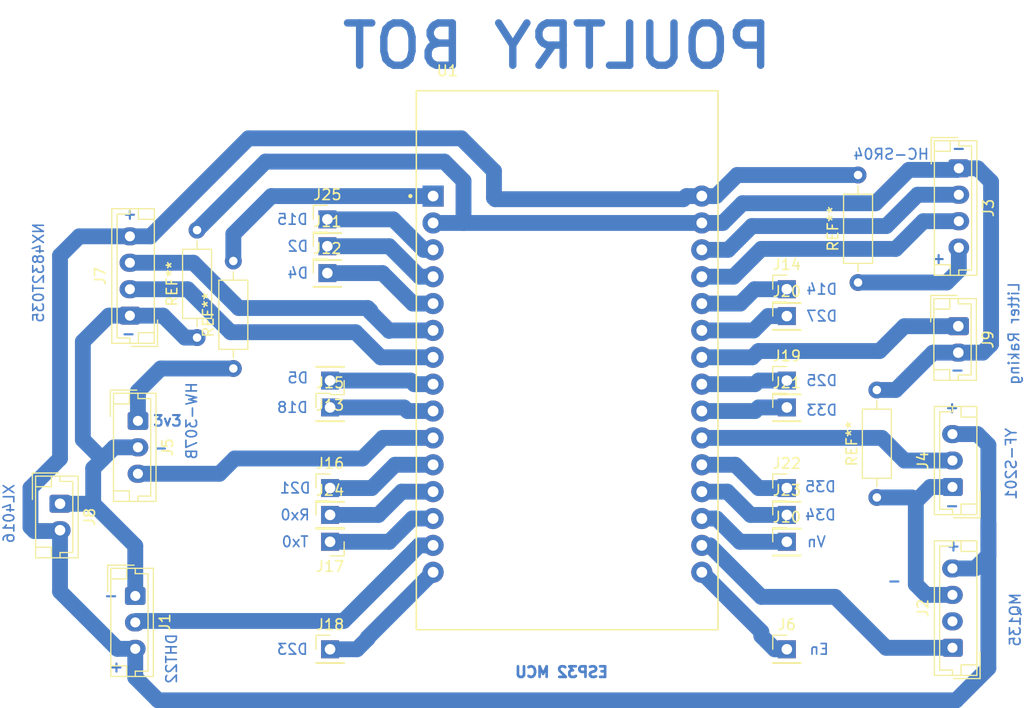
<source format=kicad_pcb>
(kicad_pcb (version 20211014) (generator pcbnew)
  (layers (0 "F.Cu" signal) (31 "B.Cu" signal) (34 "B.Paste" user) (35 "F.Paste" user) (36 "B.SilkS" user "B.Silkscreen") (37 "F.SilkS" user "F.Silkscreen") (38 "B.Mask" user) (39 "F.Mask" user) (44 "Edge.Cuts" user))
  (net 0 "")
  (net 1 "Net-(J2-Pad3)")
  (net 2 "Net-(U1-Pad14)")
  (net 3 "Net-(J2-Pad4)")
  (net 4 "Net-(J2-Pad1)")
  (net 6 "Net-(U1-Pad28)")
  (net 7 "Net-(U1-Pad27)")
  (net 8 "Net-(J4-Pad2)")
  (net 9 "Net-(U1-Pad1)")
  (net 10 "Net-(U1-Pad10)")
  (net 11 "Net-(U1-Pad16)")
  (net 12 "Net-(U1-Pad7)")
  (net 13 "Net-(U1-Pad6)")
  (net 14 "Net-(U1-Pad24)")
  (net 15 "Net-(U1-Pad18)")
  (net 16 "Net-(U1-Pad4)")
  (net 17 "Net-(U1-Pad5)")
  (net 18 "Net-(U1-Pad8)")
  (net 19 "Net-(U1-Pad26)")
  (net 20 "Net-(U1-Pad9)")
  (net 21 "Net-(U1-Pad11)")
  (net 22 "Net-(U1-Pad13)")
  (net 23 "Net-(U1-Pad15)")
  (net 24 "Net-(U1-Pad23)")
  (net 25 "Net-(U1-Pad25)")
  (net 26 "Net-(U1-Pad22)")
  (net 27 "Net-(U1-Pad20)")
  (net 28 "Net-(U1-Pad19)")
  (net 29 "Net-(U1-Pad12)")
  (net 30 "Net-(U1-Pad3)")
  (footprint "Connector_PinHeader_2.54mm:PinHeader_1x01_P2.54mm_Vertical" (layer "F.Cu") (at 203.2 121.92)
    (fp_text reference "J10" (at 0 -2.33) (layer "F.SilkS"))
    (fp_text value "Vn" (at 2.794 0) (layer "B.Cu") (effects (justify mirror)))
    (pad "1" thru_hole rect (at 0 0) (size 1.7 1.7) (drill 1) (layers *.Cu *.Mask) (net 15 "Net-(U1-Pad18)"))
  )
  (footprint "Connector_JST:JST_EH_B3B-EH-A_1x03_P2.50mm_Vertical" (layer "F.Cu") (at 218.856 116.74 90)
    (fp_text reference "J4" (at 2.5 -2.8 90) (layer "F.SilkS"))
    (fp_text value "YF-S201" (at 2.186 5.553 90) (layer "B.Cu") (effects (justify mirror)))
    (pad "1" thru_hole roundrect (at 0 0 90) (size 1.7 1.95) (drill 0.95) (layers *.Cu *.Mask) (roundrect_rratio 0.147059) (net 1 "Net-(J2-Pad3)"))
    (pad "2" thru_hole oval (at 2.5 0 90) (size 1.7 1.95) (drill 0.95) (layers *.Cu *.Mask) (net 8 "Net-(J4-Pad2)"))
    (pad "3" thru_hole oval (at 5 0 90) (size 1.7 1.95) (drill 0.95) (layers *.Cu *.Mask) (net 3 "Net-(J2-Pad4)"))
  )
  (footprint "Connector_PinHeader_2.54mm:PinHeader_1x01_P2.54mm_Vertical" (layer "F.Cu") (at 203.2 116.84)
    (fp_text reference "J22" (at 0 -2.33) (layer "F.SilkS"))
    (fp_text value "D35" (at 3.175 -0.127) (layer "B.Cu") (effects (justify mirror)))
    (pad "1" thru_hole rect (at 0 0) (size 1.7 1.7) (drill 1) (layers *.Cu *.Mask) (net 27 "Net-(U1-Pad20)"))
  )
  (footprint "Connector_JST:JST_EH_B3B-EH-A_1x03_P2.50mm_Vertical" (layer "F.Cu") (at 141.859 110.49 -90)
    (fp_text reference "J5" (at 2.5 -2.8 90) (layer "F.SilkS"))
    (fp_text value "HW-307B" (at 0 -5.08 90) (layer "B.Cu") (effects (justify mirror)))
    (pad "1" thru_hole roundrect (at 0 0 270) (size 1.7 1.95) (drill 0.95) (layers *.Cu *.Mask) (roundrect_rratio 0.147059) (net 9 "Net-(U1-Pad1)"))
    (pad "2" thru_hole oval (at 2.5 0 270) (size 1.7 1.95) (drill 0.95) (layers *.Cu *.Mask) (net 1 "Net-(J2-Pad3)"))
    (pad "3" thru_hole oval (at 5 0 270) (size 1.7 1.95) (drill 0.95) (layers *.Cu *.Mask) (net 10 "Net-(U1-Pad10)"))
  )
  (footprint "Connector_PinHeader_2.54mm:PinHeader_1x01_P2.54mm_Vertical" (layer "F.Cu") (at 160.02 116.84)
    (fp_text reference "J16" (at 0 -2.33) (layer "F.SilkS"))
    (fp_text value "D21" (at -3.302 0) (layer "B.Cu") (effects (justify mirror)))
    (pad "1" thru_hole rect (at 0 0) (size 1.7 1.7) (drill 1) (layers *.Cu *.Mask) (net 21 "Net-(U1-Pad11)"))
  )
  (footprint "Connector_PinHeader_2.54mm:PinHeader_1x01_P2.54mm_Vertical" (layer "F.Cu") (at 160.02 119.38)
    (fp_text reference "J24" (at 0 -2.33) (layer "F.SilkS"))
    (fp_text value "Rx0" (at -3.302 0) (layer "B.Cu") (effects (justify mirror)))
    (pad "1" thru_hole rect (at 0 0) (size 1.7 1.7) (drill 1) (layers *.Cu *.Mask) (net 29 "Net-(U1-Pad12)"))
  )
  (footprint "Resistor_THT:R_Axial_DIN0207_L6.3mm_D2.5mm_P10.16mm_Horizontal" (layer "F.Cu") (at 209.931 97.409 90)
    (fp_text reference "REF**" (at 5.08 -2.37 90) (layer "F.SilkS"))
    (fp_text value "R_Axial_DIN0207_L6.3mm_D2.5mm_P10.16mm_Horizontal")
    (pad "1" thru_hole circle (at 0 0 90) (size 1.6 1.6) (drill 0.8) (layers *.Cu *.Mask) (net 3 "Net-(J2-Pad4)"))
    (pad "2" thru_hole oval (at 10.16 0 90) (size 1.6 1.6) (drill 0.8) (layers *.Cu *.Mask) (net 3 "Net-(J2-Pad4)"))
  )
  (footprint "Connector_JST:JST_EH_B3B-EH-A_1x03_P2.50mm_Vertical" (layer "F.Cu") (at 141.605 127.04 -90)
    (fp_text reference "J1" (at 2.5 -2.8 90) (layer "F.SilkS"))
    (fp_text value "DHT22" (at 5.929 -3.429 90) (layer "B.Cu") (effects (justify mirror)))
    (pad "1" thru_hole roundrect (at 0 0 270) (size 1.7 1.95) (drill 0.95) (layers *.Cu *.Mask) (roundrect_rratio 0.147059) (net 1 "Net-(J2-Pad3)"))
    (pad "2" thru_hole oval (at 2.5 0 270) (size 1.7 1.95) (drill 0.95) (layers *.Cu *.Mask) (net 2 "Net-(U1-Pad14)"))
    (pad "3" thru_hole oval (at 5 0 270) (size 1.7 1.95) (drill 0.95) (layers *.Cu *.Mask) (net 3 "Net-(J2-Pad4)"))
  )
  (footprint "Connector_PinHeader_2.54mm:PinHeader_1x01_P2.54mm_Vertical" (layer "F.Cu") (at 203.2 132.08)
    (fp_text reference "J6" (at 0 -2.33) (layer "F.SilkS"))
    (fp_text value "En" (at 3.048 0) (layer "B.Cu") (effects (justify mirror)))
    (pad "1" thru_hole rect (at 0 0) (size 1.7 1.7) (drill 1) (layers *.Cu *.Mask) (net 11 "Net-(U1-Pad16)"))
  )
  (footprint "Connector_JST:JST_EH_B4B-EH-A_1x04_P2.50mm_Vertical" (layer "F.Cu") (at 141.097 100.544 90)
    (fp_text reference "J7" (at 3.75 -2.8 90) (layer "F.SilkS"))
    (fp_text value "NX4832T035" (at 4.064 -8.636 90) (layer "B.Cu") (effects (justify mirror)))
    (pad "1" thru_hole roundrect (at 0 0 90) (size 1.7 1.95) (drill 0.95) (layers *.Cu *.Mask) (roundrect_rratio 0.147059) (net 1 "Net-(J2-Pad3)"))
    (pad "2" thru_hole oval (at 2.5 0 90) (size 1.7 1.95) (drill 0.95) (layers *.Cu *.Mask) (net 12 "Net-(U1-Pad7)"))
    (pad "3" thru_hole oval (at 5 0 90) (size 1.7 1.95) (drill 0.95) (layers *.Cu *.Mask) (net 13 "Net-(U1-Pad6)"))
    (pad "4" thru_hole oval (at 7.5 0 90) (size 1.7 1.95) (drill 0.95) (layers *.Cu *.Mask) (net 3 "Net-(J2-Pad4)"))
  )
  (footprint "Connector_PinHeader_2.54mm:PinHeader_1x01_P2.54mm_Vertical" (layer "F.Cu") (at 203.2 119.38)
    (fp_text reference "J23" (at 0 -2.33) (layer "F.SilkS"))
    (fp_text value "D34" (at 3.175 0) (layer "B.Cu") (effects (justify mirror)))
    (pad "1" thru_hole rect (at 0 0) (size 1.7 1.7) (drill 1) (layers *.Cu *.Mask) (net 28 "Net-(U1-Pad19)"))
  )
  (footprint "Connector_JST:JST_EH_B2B-EH-A_1x02_P2.50mm_Vertical" (layer "F.Cu") (at 134.493 118.324 -90)
    (fp_text reference "J8" (at 1.25 -2.8 90) (layer "F.SilkS"))
    (fp_text value "XL4016" (at 0.929 4.826 90) (layer "B.Cu") (effects (justify mirror)))
    (pad "1" thru_hole roundrect (at 0 0 270) (size 1.7 2) (drill 1) (layers *.Cu *.Mask) (roundrect_rratio 0.147059) (net 1 "Net-(J2-Pad3)"))
    (pad "2" thru_hole oval (at 2.5 0 270) (size 1.7 2) (drill 1) (layers *.Cu *.Mask) (net 3 "Net-(J2-Pad4)"))
  )
  (footprint "Resistor_THT:R_Axial_DIN0207_L6.3mm_D2.5mm_P10.16mm_Horizontal" (layer "F.Cu") (at 150.876 105.537 90)
    (fp_text reference "REF**" (at 5.08 -2.37 90) (layer "F.SilkS"))
    (fp_text value "R_Axial_DIN0207_L6.3mm_D2.5mm_P10.16mm_Horizontal")
    (pad "1" thru_hole circle (at 0 0 90) (size 1.6 1.6) (drill 0.8) (layers *.Cu *.Mask) (net 9 "Net-(U1-Pad1)"))
    (pad "2" thru_hole oval (at 10.16 0 90) (size 1.6 1.6) (drill 0.8) (layers *.Cu *.Mask) (net 9 "Net-(U1-Pad1)"))
  )
  (footprint "Connector_PinHeader_2.54mm:PinHeader_1x01_P2.54mm_Vertical" (layer "F.Cu") (at 203.2 109.22)
    (fp_text reference "J21" (at 0 -2.33) (layer "F.SilkS"))
    (fp_text value "D33" (at 3.302 0.254) (layer "B.Cu") (effects (justify mirror)))
    (pad "1" thru_hole rect (at 0 0) (size 1.7 1.7) (drill 1) (layers *.Cu *.Mask) (net 26 "Net-(U1-Pad22)"))
  )
  (footprint "Resistor_THT:R_Axial_DIN0207_L6.3mm_D2.5mm_P10.16mm_Horizontal" (layer "F.Cu") (at 147.447 102.616 90)
    (fp_text reference "REF**" (at 5.08 -2.37 90) (layer "F.SilkS"))
    (fp_text value "R_Axial_DIN0207_L6.3mm_D2.5mm_P10.16mm_Horizontal")
    (pad "1" thru_hole circle (at 0 0 90) (size 1.6 1.6) (drill 0.8) (layers *.Cu *.Mask) (net 1 "Net-(J2-Pad3)"))
    (pad "2" thru_hole oval (at 10.16 0 90) (size 1.6 1.6) (drill 0.8) (layers *.Cu *.Mask) (net 1 "Net-(J2-Pad3)"))
  )
  (footprint "Resistor_THT:R_Axial_DIN0207_L6.3mm_D2.5mm_P10.16mm_Horizontal" (layer "F.Cu") (at 211.709 117.729 90)
    (fp_text reference "REF**" (at 5.08 -2.37 90) (layer "F.SilkS"))
    (fp_text value "R_Axial_DIN0207_L6.3mm_D2.5mm_P10.16mm_Horizontal")
    (pad "1" thru_hole circle (at 0 0 90) (size 1.6 1.6) (drill 0.8) (layers *.Cu *.Mask) (net 1 "Net-(J2-Pad3)"))
    (pad "2" thru_hole oval (at 10.16 0 90) (size 1.6 1.6) (drill 0.8) (layers *.Cu *.Mask) (net 1 "Net-(J2-Pad3)"))
  )
  (footprint "Connector_PinHeader_2.54mm:PinHeader_1x01_P2.54mm_Vertical" (layer "F.Cu") (at 203.2 100.584)
    (fp_text reference "J20" (at 0 -2.33) (layer "F.SilkS"))
    (fp_text value "D27" (at 3.302 0) (layer "B.Cu") (effects (justify mirror)))
    (pad "1" thru_hole rect (at 0 0) (size 1.7 1.7) (drill 1) (layers *.Cu *.Mask) (net 25 "Net-(U1-Pad25)"))
  )
  (footprint "Connector_PinHeader_2.54mm:PinHeader_1x01_P2.54mm_Vertical" (layer "F.Cu") (at 160.02 106.68 180)
    (fp_text reference "J13" (at 0 -2.33) (layer "F.SilkS"))
    (fp_text value "D5" (at 3.048 0.254) (layer "B.Cu") (effects (justify mirror)))
    (pad "1" thru_hole rect (at 0 0 180) (size 1.7 1.7) (drill 1) (layers *.Cu *.Mask) (net 18 "Net-(U1-Pad8)"))
  )
  (footprint "ESP32-DEVKIT-V1:MODULE_ESP32_DEVKIT_V1" (layer "F.Cu") (at 182.46 104.755)
    (fp_text reference "U1" (at -11.355 -27.36) (layer "F.SilkS"))
    (fp_text value "ESP32 MCU" (at -0.56 29.484) (layer "B.Cu") (effects (font (thickness 0.25)) (justify mirror)))
    (pad "" np_thru_hole circle locked (at 12.23 -23.475) (size 3 3) (drill 3) (layers *.Cu *.Mask))
    (pad "" np_thru_hole circle locked (at 12.23 23.475) (size 3 3) (drill 3) (layers *.Cu *.Mask))
    (pad "" np_thru_hole circle locked (at -12.28 -23.475) (size 3 3) (drill 3) (layers *.Cu *.Mask))
    (pad "" np_thru_hole circle locked (at -12.28 23.475) (size 3 3) (drill 3) (layers *.Cu *.Mask))
    (pad "1" thru_hole rect locked (at -12.7 -15.515) (size 2 2) (drill 1.02) (layers *.Cu *.Mask) (net 9 "Net-(U1-Pad1)"))
    (pad "2" thru_hole circle locked (at -12.7 -12.975) (size 2 2) (drill 1.02) (layers *.Cu *.Mask) (net 1 "Net-(J2-Pad3)"))
    (pad "3" thru_hole circle locked (at -12.7 -10.435) (size 2 2) (drill 1.02) (layers *.Cu *.Mask) (net 30 "Net-(U1-Pad3)"))
    (pad "4" thru_hole circle locked (at -12.7 -7.895) (size 2 2) (drill 1.02) (layers *.Cu *.Mask) (net 16 "Net-(U1-Pad4)"))
    (pad "5" thru_hole circle locked (at -12.7 -5.355) (size 2 2) (drill 1.02) (layers *.Cu *.Mask) (net 17 "Net-(U1-Pad5)"))
    (pad "6" thru_hole circle locked (at -12.7 -2.815) (size 2 2) (drill 1.02) (layers *.Cu *.Mask) (net 13 "Net-(U1-Pad6)"))
    (pad "7" thru_hole circle locked (at -12.7 -0.275) (size 2 2) (drill 1.02) (layers *.Cu *.Mask) (net 12 "Net-(U1-Pad7)"))
    (pad "8" thru_hole circle locked (at -12.7 2.265) (size 2 2) (drill 1.02) (layers *.Cu *.Mask) (net 18 "Net-(U1-Pad8)"))
    (pad "9" thru_hole circle locked (at -12.7 4.805) (size 2 2) (drill 1.02) (layers *.Cu *.Mask) (net 20 "Net-(U1-Pad9)"))
    (pad "10" thru_hole circle locked (at -12.7 7.345) (size 2 2) (drill 1.02) (layers *.Cu *.Mask) (net 10 "Net-(U1-Pad10)"))
    (pad "11" thru_hole circle locked (at -12.7 9.885) (size 2 2) (drill 1.02) (layers *.Cu *.Mask) (net 21 "Net-(U1-Pad11)"))
    (pad "12" thru_hole circle locked (at -12.7 12.425) (size 2 2) (drill 1.02) (layers *.Cu *.Mask) (net 29 "Net-(U1-Pad12)"))
    (pad "13" thru_hole circle locked (at -12.7 14.965) (size 2 2) (drill 1.02) (layers *.Cu *.Mask) (net 22 "Net-(U1-Pad13)"))
    (pad "14" thru_hole circle locked (at -12.7 17.505) (size 2 2) (drill 1.02) (layers *.Cu *.Mask) (net 2 "Net-(U1-Pad14)"))
    (pad "15" thru_hole circle locked (at -12.7 20.045) (size 2 2) (drill 1.02) (layers *.Cu *.Mask) (net 23 "Net-(U1-Pad15)"))
    (pad "16" thru_hole circle locked (at 12.7 20.045) (size 2 2) (drill 1.02) (layers *.Cu *.Mask) (net 11 "Net-(U1-Pad16)"))
    (pad "17" thru_hole circle locked (at 12.7 17.505) (size 2 2) (drill 1.02) (layers *.Cu *.Mask) (net 4 "Net-(J2-Pad1)"))
    (pad "18" thru_hole circle locked (at 12.7 14.965) (size 2 2) (drill 1.02) (layers *.Cu *.Mask) (net 15 "Net-(U1-Pad18)"))
    (pad "19" thru_hole circle locked (at 12.7 12.425) (size 2 2) (drill 1.02) (layers *.Cu *.Mask) (net 28 "Net-(U1-Pad19)"))
    (pad "20" thru_hole circle locked (at 12.7 9.885) (size 2 2) (drill 1.02) (layers *.Cu *.Mask) (net 27 "Net-(U1-Pad20)"))
    (pad "21" thru_hole circle locked (at 12.7 7.345) (size 2 2) (drill 1.02) (layers *.Cu *.Mask) (net 8 "Net-(J4-Pad2)"))
    (pad "22" thru_hole circle locked (at 12.7 4.805) (size 2 2) (drill 1.02) (layers *.Cu *.Mask) (net 26 "Net-(U1-Pad22)"))
    (pad "23" thru_hole circle locked (at 12.7 2.265) (size 2 2) (drill 1.02) (layers *.Cu *.Mask) (net 24 "Net-(U1-Pad23)"))
    (pad "24" thru_hole circle locked (at 12.7 -0.275) (size 2 2) (drill 1.02) (layers *.Cu *.Mask) (net 14 "Net-(U1-Pad24)"))
    (pad "25" thru_hole circle locked (at 12.7 -2.815) (size 2 2) (drill 1.02) (layers *.Cu *.Mask) (net 25 "Net-(U1-Pad25)"))
    (pad "26" thru_hole circle locked (at 12.7 -5.355) (size 2 2) (drill 1.02) (layers *.Cu *.Mask) (net 19 "Net-(U1-Pad26)"))
    (pad "27" thru_hole circle locked (at 12.7 -7.895) (size 2 2) (drill 1.02) (layers *.Cu *.Mask) (net 7 "Net-(U1-Pad27)"))
    (pad "28" thru_hole circle locked (at 12.7 -10.435) (size 2 2) (drill 1.02) (layers *.Cu *.Mask) (net 6 "Net-(U1-Pad28)"))
    (pad "29" thru_hole circle locked (at 12.7 -12.975) (size 2 2) (drill 1.02) (layers *.Cu *.Mask) (net 1 "Net-(J2-Pad3)"))
    (pad "30" thru_hole circle locked (at 12.7 -15.515) (size 2 2) (drill 1.02) (layers *.Cu *.Mask) (net 3 "Net-(J2-Pad4)"))
  )
  (footprint "Connector_PinHeader_2.54mm:PinHeader_1x01_P2.54mm_Vertical" (layer "F.Cu") (at 203.2 106.68)
    (fp_text reference "J19" (at 0 -2.33) (layer "F.SilkS"))
    (fp_text value "D25" (at 3.302 0) (layer "B.Cu") (effects (justify mirror)))
    (pad "1" thru_hole rect (at 0 0) (size 1.7 1.7) (drill 1) (layers *.Cu *.Mask) (net 24 "Net-(U1-Pad23)"))
  )
  (footprint "Connector_PinHeader_2.54mm:PinHeader_1x01_P2.54mm_Vertical" (layer "F.Cu") (at 160.02 121.92 180)
    (fp_text reference "J17" (at 0 -2.33) (layer "F.SilkS"))
    (fp_text value "Tx0" (at 3.302 0) (layer "B.Cu") (effects (justify mirror)))
    (pad "1" thru_hole rect (at 0 0 180) (size 1.7 1.7) (drill 1) (layers *.Cu *.Mask) (net 22 "Net-(U1-Pad13)"))
  )
  (footprint "Connector_PinHeader_2.54mm:PinHeader_1x01_P2.54mm_Vertical" (layer "F.Cu") (at 160.02 109.22)
    (fp_text reference "J15" (at 0 -2.33) (layer "F.SilkS"))
    (fp_text value "D18" (at -3.556 0) (layer "B.Cu") (effects (justify mirror)))
    (pad "1" thru_hole rect (at 0 0) (size 1.7 1.7) (drill 1) (layers *.Cu *.Mask) (net 20 "Net-(U1-Pad9)"))
  )
  (footprint "Connector_PinHeader_2.54mm:PinHeader_1x01_P2.54mm_Vertical" (layer "F.Cu") (at 159.766 96.52)
    (fp_text reference "J12" (at 0 -2.33) (layer "F.SilkS"))
    (fp_text value "D4" (at -2.794 0) (layer "B.Cu") (effects (justify mirror)))
    (pad "1" thru_hole rect (at 0 0) (size 1.7 1.7) (drill 1) (layers *.Cu *.Mask) (net 17 "Net-(U1-Pad5)"))
  )
  (footprint "Connector_PinHeader_2.54mm:PinHeader_1x01_P2.54mm_Vertical" (layer "F.Cu") (at 159.766 93.98)
    (fp_text reference "J11" (at 0 -2.33) (layer "F.SilkS"))
    (fp_text value "D2" (at -2.794 0) (layer "B.Cu") (effects (justify mirror)))
    (pad "1" thru_hole rect (at 0 0) (size 1.7 1.7) (drill 1) (layers *.Cu *.Mask) (net 16 "Net-(U1-Pad4)"))
  )
  (footprint "Connector_PinHeader_2.54mm:PinHeader_1x01_P2.54mm_Vertical" (layer "F.Cu") (at 203.2 98.044)
    (fp_text reference "J14" (at 0 -2.33) (layer "F.SilkS"))
    (fp_text value "D14" (at 3.302 0) (layer "B.Cu") (effects (justify mirror)))
    (pad "1" thru_hole rect (at 0 0) (size 1.7 1.7) (drill 1) (layers *.Cu *.Mask) (net 19 "Net-(U1-Pad26)"))
  )
  (footprint "Connector_PinHeader_2.54mm:PinHeader_1x01_P2.54mm_Vertical" (layer "F.Cu") (at 159.766 91.44)
    (fp_text reference "J25" (at 0 -2.33) (layer "F.SilkS"))
    (fp_text value "D15" (at -3.302 0) (layer "B.Cu") (effects (justify mirror)))
    (pad "1" thru_hole rect (at 0 0) (size 1.7 1.7) (drill 1) (layers *.Cu *.Mask) (net 30 "Net-(U1-Pad3)"))
  )
  (footprint "Connector_JST:JST_EH_B4B-EH-A_1x04_P2.50mm_Vertical" (layer "F.Cu") (at 218.856 131.94 90)
    (fp_text reference "J2" (at 3.75 -2.8 90) (layer "F.SilkS"))
    (fp_text value "MQ135" (at 2.654 5.934 90) (layer "B.Cu") (effects (justify mirror)))
    (pad "1" thru_hole roundrect (at 0 0 90) (size 1.7 1.95) (drill 0.95) (layers *.Cu *.Mask) (roundrect_rratio 0.147059) (net 4 "Net-(J2-Pad1)"))
    (pad "2" thru_hole oval (at 2.5 0 90) (size 1.7 1.95) (drill 0.95) (layers *.Cu *.Mask))
    (pad "3" thru_hole oval (at 5 0 90) (size 1.7 1.95) (drill 0.95) (layers *.Cu *.Mask) (net 1 "Net-(J2-Pad3)"))
    (pad "4" thru_hole oval (at 7.5 0 90) (size 1.7 1.95) (drill 0.95) (layers *.Cu *.Mask) (net 3 "Net-(J2-Pad4)"))
  )
  (footprint "Connector_JST:JST_EH_B2B-EH-A_1x02_P2.50mm_Vertical" (layer "F.Cu") (at 219.41 101.54 -90)
    (fp_text reference "J9" (at 1.25 -2.8 90) (layer "F.SilkS"))
    (fp_text value "Litter Raking" (at 0.695 -5.253 90) (layer "B.Cu") (effects (justify mirror)))
    (pad "1" thru_hole roundrect (at 0 0 270) (size 1.7 2) (drill 1) (layers *.Cu *.Mask) (roundrect_rratio 0.147059) (net 14 "Net-(U1-Pad24)"))
    (pad "2" thru_hole oval (at 2.5 0 270) (size 1.7 2) (drill 1) (layers *.Cu *.Mask) (net 1 "Net-(J2-Pad3)"))
  )
  (footprint "Connector_PinHeader_2.54mm:PinHeader_1x01_P2.54mm_Vertical" (layer "F.Cu") (at 160.02 132.08)
    (fp_text reference "J18" (at 0 -2.33) (layer "F.SilkS"))
    (fp_text value "D23" (at -3.556 0) (layer "B.Cu") (effects (justify mirror)))
    (pad "1" thru_hole rect (at 0 0) (size 1.7 1.7) (drill 1) (layers *.Cu *.Mask) (net 23 "Net-(U1-Pad15)"))
  )
  (footprint "Connector_JST:JST_EH_B4B-EH-A_1x04_P2.50mm_Vertical" (layer "F.Cu") (at 219.456 86.614 -90)
    (fp_text reference "J3" (at 3.75 -2.8 90) (layer "F.SilkS"))
    (fp_text value "HC-SR04" (at -1.33 6.396 180) (layer "B.Cu") (effects (justify mirror)))
    (pad "1" thru_hole roundrect (at 0 0 270) (size 1.7 1.95) (drill 0.95) (layers *.Cu *.Mask) (roundrect_rratio 0.147059) (net 1 "Net-(J2-Pad3)"))
    (pad "2" thru_hole oval (at 2.5 0 270) (size 1.7 1.95) (drill 0.95) (layers *.Cu *.Mask) (net 6 "Net-(U1-Pad28)"))
    (pad "3" thru_hole oval (at 5 0 270) (size 1.7 1.95) (drill 0.95) (layers *.Cu *.Mask) (net 7 "Net-(U1-Pad27)"))
    (pad "4" thru_hole oval (at 7.5 0 270) (size 1.7 1.95) (drill 0.95) (layers *.Cu *.Mask) (net 3 "Net-(J2-Pad4)"))
  )
  (gr_text "+" (at 218.821 109.22) (layer "B.Cu") (effects (font (size 1 1) (thickness 0.2))))
  (gr_text "-" (at 140.97 102.235) (layer "B.Cu") (effects (font (size 1 1) (thickness 0.2))))
  (gr_text "-" (at 144.018 113.03) (layer "B.Cu") (effects (font (size 1 1) (thickness 0.2))))
  (gr_text "+" (at 141.097 90.932) (layer "B.Cu") (effects (font (size 1 1) (thickness 0.2))))
  (gr_text "-" (at 219.456 84.709) (layer "B.Cu") (effects (font (size 1 1) (thickness 0.2))))
  (gr_text "POULTRY BOT" (at 181.483 75.057) (layer "B.Cu") (effects (font (size 4 4) (thickness 0.7)) (justify mirror)))
  (gr_text "-" (at 213.36 125.603) (layer "B.Cu") (effects (font (size 1 1) (thickness 0.2))))
  (gr_text "+" (at 218.948 122.301) (layer "B.Cu") (effects (font (size 1 1) (thickness 0.2))))
  (gr_text "-" (at 219.329 105.664) (layer "B.Cu") (effects (font (size 1 1) (thickness 0.2))))
  (gr_text "-" (at 218.821 118.491) (layer "B.Cu") (effects (font (size 1 1) (thickness 0.2))))
  (gr_text "-" (at 139.319 127) (layer "B.Cu") (effects (font (size 1 1) (thickness 0.2))))
  (gr_text "3v3" (at 144.653 110.49) (layer "B.Cu") (effects (font (size 1 1) (thickness 0.2))))
  (gr_text "+" (at 139.827 133.731) (layer "B.Cu") (effects (font (size 1 1) (thickness 0.2))))
  (gr_text "+" (at 217.551 95.123) (layer "B.Cu") (effects (font (size 1 1) (thickness 0.2))))
  (segment (start 172.634 91.78) (end 169.76 91.78) (width 1.5) (layer "B.Cu") (net 1))
  (segment (start 172.634 87.798) (end 170.815 85.979) (width 1.5) (layer "B.Cu") (net 1))
  (segment (start 216.762 116.74) (end 218.856 116.74) (width 1.5) (layer "B.Cu") (net 1))
  (segment (start 219.30862 86.76138) (end 219.456 86.614) (width 1.5) (layer "B.Cu") (net 1))
  (segment (start 136.652 112.268) (end 138.4935 114.1095) (width 1.5) (layer "B.Cu") (net 1))
  (segment (start 199.009 89.916) (end 211.582 89.916) (width 1.5) (layer "B.Cu") (net 1))
  (segment (start 141.605 127.04) (end 141.605 122.301) (width 1.5) (layer "B.Cu") (net 1))
  (segment (start 138.4935 114.1095) (end 139.613 112.99) (width 1.5) (layer "B.Cu") (net 1))
  (segment (start 219.41 104.04) (end 221.715 104.04) (width 1.5) (layer "B.Cu") (net 1))
  (segment (start 221.715 104.04) (end 222.504 103.251) (width 1.5) (layer "B.Cu") (net 1))
  (segment (start 144.232 100.544) (end 146.304 102.616) (width 1.5) (layer "B.Cu") (net 1))
  (segment (start 215.392 118.11) (end 216.762 116.74) (width 1.5) (layer "B.Cu") (net 1))
  (segment (start 146.304 102.616) (end 147.447 102.616) (width 1.5) (layer "B.Cu") (net 1))
  (segment (start 218.856 126.94) (end 216.381 126.94) (width 1.5) (layer "B.Cu") (net 1))
  (segment (start 139.613 112.99) (end 141.859 112.99) (width 1.5) (layer "B.Cu") (net 1))
  (segment (start 137.628 118.324) (end 137.628 114.975) (width 1.5) (layer "B.Cu") (net 1))
  (segment (start 222.504 87.884) (end 221.234 86.614) (width 1.5) (layer "B.Cu") (net 1))
  (segment (start 195.16 91.78) (end 197.145 91.78) (width 1.5) (layer "B.Cu") (net 1))
  (segment (start 195.16 91.78) (end 172.634 91.78) (width 1.5) (layer "B.Cu") (net 1))
  (segment (start 172.634 91.78) (end 172.634 87.798) (width 1.5) (layer "B.Cu") (net 1))
  (segment (start 214.73662 86.76138) (end 219.30862 86.76138) (width 1.5) (layer "B.Cu") (net 1))
  (segment (start 137.628 118.324) (end 134.493 118.324) (width 1.5) (layer "B.Cu") (net 1))
  (segment (start 215.392 118.11) (end 215.011 117.729) (width 1.5) (layer "B.Cu") (net 1))
  (segment (start 153.924 85.979) (end 147.447 92.456) (width 1.5) (layer "B.Cu") (net 1))
  (segment (start 215.011 117.729) (end 211.709 117.729) (width 1.5) (layer "B.Cu") (net 1))
  (segment (start 141.605 122.301) (end 137.628 118.324) (width 1.5) (layer "B.Cu") (net 1))
  (segment (start 213.487 107.569) (end 217.016 104.04) (width 1.5) (layer "B.Cu") (net 1))
  (segment (start 197.145 91.78) (end 199.009 89.916) (width 1.5) (layer "B.Cu") (net 1))
  (segment (start 217.016 104.04) (end 219.41 104.04) (width 1.5) (layer "B.Cu") (net 1))
  (segment (start 211.582 89.916) (end 214.73662 86.76138) (width 1.5) (layer "B.Cu") (net 1))
  (segment (start 221.234 86.614) (end 219.456 86.614) (width 1.5) (layer "B.Cu") (net 1))
  (segment (start 136.652 102.997) (end 136.652 112.268) (width 1.5) (layer "B.Cu") (net 1))
  (segment (start 137.628 114.975) (end 138.4935 114.1095) (width 1.5) (layer "B.Cu") (net 1))
  (segment (start 141.097 100.544) (end 144.232 100.544) (width 1.5) (layer "B.Cu") (net 1))
  (segment (start 139.105 100.544) (end 136.652 102.997) (width 1.5) (layer "B.Cu") (net 1))
  (segment (start 216.381 126.94) (end 215.392 125.951) (width 1.5) (layer "B.Cu") (net 1))
  (segment (start 222.504 103.251) (end 222.504 87.884) (width 1.5) (layer "B.Cu") (net 1))
  (segment (start 211.709 107.569) (end 213.487 107.569) (width 1.5) (layer "B.Cu") (net 1))
  (segment (start 215.392 125.951) (end 215.392 118.11) (width 1.5) (layer "B.Cu") (net 1))
  (segment (start 170.815 85.979) (end 153.924 85.979) (width 1.5) (layer "B.Cu") (net 1))
  (segment (start 141.097 100.544) (end 139.105 100.544) (width 1.5) (layer "B.Cu") (net 1))
  (segment (start 141.741048 129.403952) (end 141.605 129.54) (width 1.5) (layer "B.Cu") (net 2))
  (segment (start 168.443 122.26) (end 161.299048 129.403952) (width 1.5) (layer "B.Cu") (net 2))
  (segment (start 161.299048 129.403952) (end 141.741048 129.403952) (width 1.5) (layer "B.Cu") (net 2))
  (segment (start 169.76 122.26) (end 168.443 122.26) (width 1.5) (layer "B.Cu") (net 2))
  (segment (start 222.25 112.776) (end 222.25 120.269) (width 1.5) (layer "B.Cu") (net 3))
  (segment (start 209.931 97.409) (end 218.313 97.409) (width 1.5) (layer "B.Cu") (net 3))
  (segment (start 222.25 133.858) (end 222.25 120.269) (width 1.5) (layer "B.Cu") (net 3))
  (segment (start 143.764 136.906) (end 219.202 136.906) (width 1.5) (layer "B.Cu") (net 3))
  (segment (start 141.097 93.044) (end 143.049 93.044) (width 1.5) (layer "B.Cu") (net 3))
  (segment (start 198.501 87.249) (end 209.931 87.249) (width 1.5) (layer "B.Cu") (net 3))
  (segment (start 195.16 89.24) (end 196.51 89.24) (width 1.5) (layer "B.Cu") (net 3))
  (segment (start 221.214 111.74) (end 221.742 112.268) (width 1.5) (layer "B.Cu") (net 3))
  (segment (start 141.097 93.044) (end 136.318 93.044) (width 1.5) (layer "B.Cu") (net 3))
  (segment (start 134.493 94.869) (end 134.493 114.046) (width 1.5) (layer "B.Cu") (net 3))
  (segment (start 134.493 120.824) (end 134.493 126.619) (width 1.5) (layer "B.Cu") (net 3))
  (segment (start 193.421 89.535) (end 193.716 89.24) (width 1.5) (layer "B.Cu") (net 3))
  (segment (start 131.699 116.84) (end 131.699 120.523) (width 1.5) (layer "B.Cu") (net 3))
  (segment (start 219.202 136.906) (end 222.25 133.858) (width 1.5) (layer "B.Cu") (net 3))
  (segment (start 221 124.44) (end 218.856 124.44) (width 1.5) (layer "B.Cu") (net 3))
  (segment (start 219.516 94.174) (end 219.456 94.114) (width 1) (layer "B.Cu") (net 3))
  (segment (start 196.51 89.24) (end 198.501 87.249) (width 1.5) (layer "B.Cu") (net 3))
  (segment (start 139.914 132.04) (end 141.605 132.04) (width 1.5) (layer "B.Cu") (net 3))
  (segment (start 134.493 126.619) (end 139.914 132.04) (width 1.5) (layer "B.Cu") (net 3))
  (segment (start 141.605 134.747) (end 143.764 136.906) (width 1.5) (layer "B.Cu") (net 3))
  (segment (start 152.312999 83.780001) (end 172.426001 83.780001) (width 1.5) (layer "B.Cu") (net 3))
  (segment (start 131.699 120.523) (end 132.08 120.904) (width 1.5) (layer "B.Cu") (net 3))
  (segment (start 175.514 86.868) (end 175.514 89.408) (width 1.5) (layer "B.Cu") (net 3))
  (segment (start 218.856 111.74) (end 221.214 111.74) (width 1.5) (layer "B.Cu") (net 3))
  (segment (start 134.493 114.046) (end 131.699 116.84) (width 1.5) (layer "B.Cu") (net 3))
  (segment (start 175.641 89.535) (end 193.421 89.535) (width 1.5) (layer "B.Cu") (net 3))
  (segment (start 222.25 122.174) (end 222.25 123.19) (width 1.5) (layer "B.Cu") (net 3))
  (segment (start 136.318 93.044) (end 134.493 94.869) (width 1.5) (layer "B.Cu") (net 3))
  (segment (start 193.716 89.24) (end 195.16 89.24) (width 1.5) (layer "B.Cu") (net 3))
  (segment (start 219.456 96.266) (end 219.456 94.114) (width 1.5) (layer "B.Cu") (net 3))
  (segment (start 172.426001 83.780001) (end 175.514 86.868) (width 1.5) (layer "B.Cu") (net 3))
  (segment (start 222.25 123.19) (end 221 124.44) (width 1.5) (layer "B.Cu") (net 3))
  (segment (start 141.605 132.04) (end 141.605 134.747) (width 1.5) (layer "B.Cu") (net 3))
  (segment (start 132.08 120.904) (end 134.413 120.904) (width 1.5) (layer "B.Cu") (net 3))
  (segment (start 134.413 120.904) (end 134.493 120.824) (width 1.5) (layer "B.Cu") (net 3))
  (segment (start 218.313 97.409) (end 219.456 96.266) (width 1.5) (layer "B.Cu") (net 3))
  (segment (start 175.514 89.408) (end 175.641 89.535) (width 1.5) (layer "B.Cu") (net 3))
  (segment (start 143.049 93.044) (end 152.312999 83.780001) (width 1.5) (layer "B.Cu") (net 3))
  (segment (start 222.25 120.269) (end 222.25 122.174) (width 1.5) (layer "B.Cu") (net 3))
  (segment (start 221.742 112.268) (end 222.25 112.776) (width 1.5) (layer "B.Cu") (net 3))
  (segment (start 207.772 127.127) (end 212.585 131.94) (width 1.5) (layer "B.Cu") (net 4))
  (segment (start 195.92 122.26) (end 200.787 127.127) (width 1.5) (layer "B.Cu") (net 4))
  (segment (start 195.16 122.26) (end 195.92 122.26) (width 1.5) (layer "B.Cu") (net 4))
  (segment (start 212.585 131.94) (end 218.856 131.94) (width 1.5) (layer "B.Cu") (net 4))
  (segment (start 200.787 127.127) (end 207.772 127.127) (width 1.5) (layer "B.Cu") (net 4))
  (segment (start 212.598 92.075) (end 215.559 89.114) (width 1.5) (layer "B.Cu") (net 6))
  (segment (start 199.898 92.075) (end 212.598 92.075) (width 1.5) (layer "B.Cu") (net 6))
  (segment (start 197.653 94.32) (end 199.898 92.075) (width 1.5) (layer "B.Cu") (net 6))
  (segment (start 195.16 94.32) (end 197.653 94.32) (width 1.5) (layer "B.Cu") (net 6))
  (segment (start 215.559 89.114) (end 219.456 89.114) (width 1.5) (layer "B.Cu") (net 6))
  (segment (start 195.16 96.86) (end 198.161 96.86) (width 1.5) (layer "B.Cu") (net 7))
  (segment (start 216.107 91.614) (end 219.456 91.614) (width 1.5) (layer "B.Cu") (net 7))
  (segment (start 200.787 94.234) (end 213.487 94.234) (width 1.5) (layer "B.Cu") (net 7))
  (segment (start 198.161 96.86) (end 200.787 94.234) (width 1.5) (layer "B.Cu") (net 7))
  (segment (start 213.487 94.234) (end 216.107 91.614) (width 1.5) (layer "B.Cu") (net 7))
  (segment (start 195.16 112.1) (end 212.176 112.1) (width 1.5) (layer "B.Cu") (net 8))
  (segment (start 214.316 114.24) (end 218.856 114.24) (width 1.5) (layer "B.Cu") (net 8))
  (segment (start 212.176 112.1) (end 214.316 114.24) (width 1.5) (layer "B.Cu") (net 8))
  (segment (start 144.018 105.537) (end 141.859 107.696) (width 1.5) (layer "B.Cu") (net 9))
  (segment (start 150.876 105.537) (end 144.018 105.537) (width 1.5) (layer "B.Cu") (net 9))
  (segment (start 154.473 89.24) (end 150.876 92.837) (width 1.5) (layer "B.Cu") (net 9))
  (segment (start 141.859 107.696) (end 141.859 110.49) (width 1.5) (layer "B.Cu") (net 9))
  (segment (start 169.76 89.24) (end 154.473 89.24) (width 1.5) (layer "B.Cu") (net 9))
  (segment (start 150.876 92.837) (end 150.876 95.377) (width 1.5) (layer "B.Cu") (net 9))
  (segment (start 163.068 114.046) (end 151.003 114.046) (width 1.5) (layer "B.Cu") (net 10))
  (segment (start 149.559 115.49) (end 141.859 115.49) (width 1.5) (layer "B.Cu") (net 10))
  (segment (start 151.003 114.046) (end 149.559 115.49) (width 1.5) (layer "B.Cu") (net 10))
  (segment (start 165.014 112.1) (end 163.068 114.046) (width 1.5) (layer "B.Cu") (net 10))
  (segment (start 169.76 112.1) (end 165.014 112.1) (width 1.5) (layer "B.Cu") (net 10))
  (segment (start 202.057 132.08) (end 203.2 132.08) (width 1.5) (layer "B.Cu") (net 11))
  (segment (start 200.787 130.427) (end 200.787 130.81) (width 1.5) (layer "B.Cu") (net 11))
  (segment (start 200.787 130.81) (end 202.057 132.08) (width 1.5) (layer "B.Cu") (net 11))
  (segment (start 202.44 132.08) (end 203.2 132.08) (width 0.5) (layer "B.Cu") (net 11))
  (segment (start 195.16 124.8) (end 200.787 130.427) (width 1.5) (layer "B.Cu") (net 11))
  (segment (start 169.76 104.48) (end 164.805 104.48) (width 1.5) (layer "B.Cu") (net 12))
  (segment (start 150.622 102.108) (end 146.558 98.044) (width 1.5) (layer "B.Cu") (net 12))
  (segment (start 164.805 104.48) (end 162.433 102.108) (width 1.5) (layer "B.Cu") (net 12))
  (segment (start 146.558 98.044) (end 141.097 98.044) (width 1.5) (layer "B.Cu") (net 12))
  (segment (start 162.433 102.108) (end 150.622 102.108) (width 1.5) (layer "B.Cu") (net 12))
  (segment (start 163.576 99.822) (end 151.384 99.822) (width 1.5) (layer "B.Cu") (net 13))
  (segment (start 147.106 95.544) (end 141.097 95.544) (width 1.5) (layer "B.Cu") (net 13))
  (segment (start 151.384 99.822) (end 147.106 95.544) (width 1.5) (layer "B.Cu") (net 13))
  (segment (start 165.649 101.94) (end 165.608 101.981) (width 1.5) (layer "B.Cu") (net 13))
  (segment (start 169.76 101.94) (end 165.649 101.94) (width 1.5) (layer "B.Cu") (net 13))
  (segment (start 163.83 100.203) (end 163.83 100.076) (width 1.5) (layer "B.Cu") (net 13))
  (segment (start 163.83 100.076) (end 163.576 99.822) (width 1.5) (layer "B.Cu") (net 13))
  (segment (start 165.608 101.981) (end 163.83 100.203) (width 1.5) (layer "B.Cu") (net 13))
  (segment (start 211.963 103.886) (end 214.309 101.54) (width 1.5) (layer "B.Cu") (net 14))
  (segment (start 199.939 104.48) (end 200.533 103.886) (width 1.5) (layer "B.Cu") (net 14))
  (segment (start 214.309 101.54) (end 219.41 101.54) (width 1.5) (layer "B.Cu") (net 14))
  (segment (start 200.533 103.886) (end 211.963 103.886) (width 1.5) (layer "B.Cu") (net 14))
  (segment (start 195.16 104.48) (end 199.939 104.48) (width 1.5) (layer "B.Cu") (net 14))
  (segment (start 195.16 119.72) (end 196.555 119.72) (width 1.5) (layer "B.Cu") (net 15))
  (segment (start 196.555 119.72) (end 198.755 121.92) (width 1.5) (layer "B.Cu") (net 15))
  (segment (start 198.755 121.92) (end 203.2 121.92) (width 1.5) (layer "B.Cu") (net 15))
  (segment (start 165.608 93.98) (end 159.766 93.98) (width 1.5) (layer "B.Cu") (net 16))
  (segment (start 168.488 96.86) (end 165.608 93.98) (width 1.5) (layer "B.Cu") (net 16))
  (segment (start 169.76 96.86) (end 168.488 96.86) (width 1.5) (layer "B.Cu") (net 16))
  (segment (start 167.853 99.4) (end 164.973 96.52) (width 1.5) (layer "B.Cu") (net 17))
  (segment (start 164.973 96.52) (end 159.766 96.52) (width 1.5) (layer "B.Cu") (net 17))
  (segment (start 169.76 99.4) (end 167.853 99.4) (width 1.5) (layer "B.Cu") (net 17))
  (segment (start 169.76 107.02) (end 167.98 107.02) (width 1.5) (layer "B.Cu") (net 18))
  (segment (start 160.36 107.02) (end 160.02 106.68) (width 0.5) (layer "B.Cu") (net 18))
  (segment (start 167.98 107.02) (end 167.64 106.68) (width 1.5) (layer "B.Cu") (net 18))
  (segment (start 167.64 106.68) (end 160.02 106.68) (width 1.5) (layer "B.Cu") (net 18))
  (segment (start 195.16 99.4) (end 198.796 99.4) (width 1.5) (layer "B.Cu") (net 19))
  (segment (start 198.796 99.4) (end 200.152 98.044) (width 1.5) (layer "B.Cu") (net 19))
  (segment (start 200.152 98.044) (end 203.2 98.044) (width 1.5) (layer "B.Cu") (net 19))
  (segment (start 167.345 109.56) (end 167.005 109.22) (width 1.5) (layer "B.Cu") (net 20))
  (segment (start 169.76 109.56) (end 167.345 109.56) (width 1.5) (layer "B.Cu") (net 20))
  (segment (start 167.005 109.22) (end 160.02 109.22) (width 1.5) (layer "B.Cu") (net 20))
  (segment (start 163.957 116.84) (end 160.02 116.84) (width 1.5) (layer "B.Cu") (net 21))
  (segment (start 166.157 114.64) (end 163.957 116.84) (width 1.5) (layer "B.Cu") (net 21))
  (segment (start 169.76 114.64) (end 166.157 114.64) (width 1.5) (layer "B.Cu") (net 21))
  (segment (start 165.608 121.92) (end 160.02 121.92) (width 1.5) (layer "B.Cu") (net 22))
  (segment (start 167.808 119.72) (end 165.608 121.92) (width 1.5) (layer "B.Cu") (net 22))
  (segment (start 169.76 119.72) (end 167.808 119.72) (width 1.5) (layer "B.Cu") (net 22))
  (segment (start 163.576 131.064) (end 162.56 132.08) (width 1.5) (layer "B.Cu") (net 23))
  (segment (start 162.56 132.08) (end 160.02 132.08) (width 1.5) (layer "B.Cu") (net 23))
  (segment (start 169.76 124.8) (end 163.576 130.984) (width 1.5) (layer "B.Cu") (net 23))
  (segment (start 163.576 130.984) (end 163.576 131.064) (width 1.5) (layer "B.Cu") (net 23))
  (segment (start 200.533 106.68) (end 203.2 106.68) (width 1.5) (layer "B.Cu") (net 24))
  (segment (start 200.193 107.02) (end 200.533 106.68) (width 1.5) (layer "B.Cu") (net 24))
  (segment (start 195.16 107.02) (end 200.193 107.02) (width 1.5) (layer "B.Cu") (net 24))
  (segment (start 195.16 101.94) (end 200.066 101.94) (width 1.5) (layer "B.Cu") (net 25))
  (segment (start 200.066 101.94) (end 201.422 100.584) (width 1.5) (layer "B.Cu") (net 25))
  (segment (start 201.422 100.584) (end 203.2 100.584) (width 1.5) (layer "B.Cu") (net 25))
  (segment (start 200.193 109.56) (end 200.533 109.22) (width 1.5) (layer "B.Cu") (net 26))
  (segment (start 200.533 109.22) (end 203.2 109.22) (width 1.5) (layer "B.Cu") (net 26))
  (segment (start 195.16 109.56) (end 200.193 109.56) (width 1.5) (layer "B.Cu") (net 26))
  (segment (start 200.533 116.84) (end 203.2 116.84) (width 1.5) (layer "B.Cu") (net 27))
  (segment (start 198.333 114.64) (end 200.533 116.84) (width 1.5) (layer "B.Cu") (net 27))
  (segment (start 195.16 114.64) (end 198.333 114.64) (width 1.5) (layer "B.Cu") (net 27))
  (segment (start 195.16 117.18) (end 197.571 117.18) (width 1.5) (layer "B.Cu") (net 28))
  (segment (start 199.771 119.38) (end 203.2 119.38) (width 1.5) (layer "B.Cu") (net 28))
  (segment (start 197.571 117.18) (end 199.771 119.38) (width 1.5) (layer "B.Cu") (net 28))
  (segment (start 166.792 117.18) (end 164.592 119.38) (width 1.5) (layer "B.Cu") (net 29))
  (segment (start 169.76 117.18) (end 166.792 117.18) (width 1.5) (layer "B.Cu") (net 29))
  (segment (start 164.592 119.38) (end 160.02 119.38) (width 1.5) (layer "B.Cu") (net 29))
  (segment (start 168.869 94.32) (end 165.989 91.44) (width 1.5) (layer "B.Cu") (net 30))
  (segment (start 169.76 94.32) (end 168.869 94.32) (width 1.5) (layer "B.Cu") (net 30))
  (segment (start 165.989 91.44) (end 159.766 91.44) (width 1.5) (layer "B.Cu") (net 30))
)
</source>
